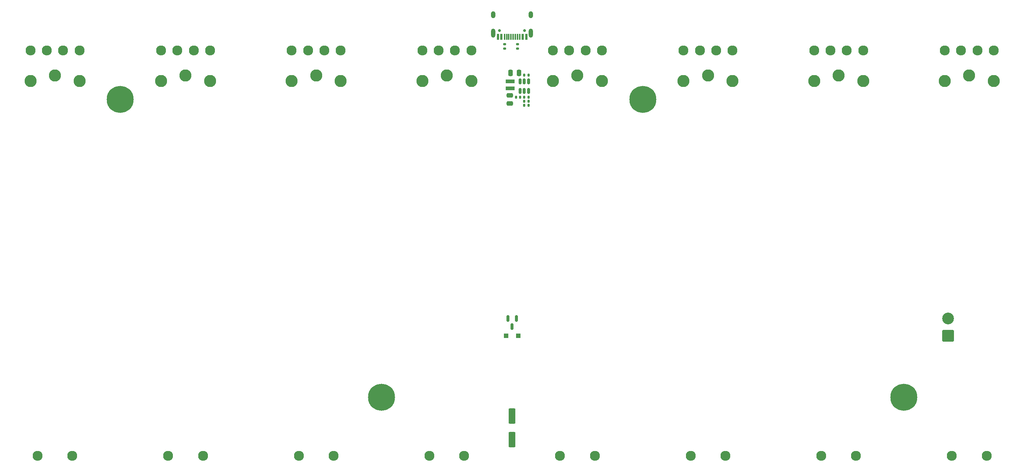
<source format=gts>
%TF.GenerationSoftware,KiCad,Pcbnew,8.0.3*%
%TF.CreationDate,2024-07-13T17:18:51+02:00*%
%TF.ProjectId,faderboard,66616465-7262-46f6-9172-642e6b696361,rev?*%
%TF.SameCoordinates,Original*%
%TF.FileFunction,Soldermask,Top*%
%TF.FilePolarity,Negative*%
%FSLAX46Y46*%
G04 Gerber Fmt 4.6, Leading zero omitted, Abs format (unit mm)*
G04 Created by KiCad (PCBNEW 8.0.3) date 2024-07-13 17:18:51*
%MOMM*%
%LPD*%
G01*
G04 APERTURE LIST*
G04 Aperture macros list*
%AMRoundRect*
0 Rectangle with rounded corners*
0 $1 Rounding radius*
0 $2 $3 $4 $5 $6 $7 $8 $9 X,Y pos of 4 corners*
0 Add a 4 corners polygon primitive as box body*
4,1,4,$2,$3,$4,$5,$6,$7,$8,$9,$2,$3,0*
0 Add four circle primitives for the rounded corners*
1,1,$1+$1,$2,$3*
1,1,$1+$1,$4,$5*
1,1,$1+$1,$6,$7*
1,1,$1+$1,$8,$9*
0 Add four rect primitives between the rounded corners*
20,1,$1+$1,$2,$3,$4,$5,0*
20,1,$1+$1,$4,$5,$6,$7,0*
20,1,$1+$1,$6,$7,$8,$9,0*
20,1,$1+$1,$8,$9,$2,$3,0*%
G04 Aperture macros list end*
%ADD10RoundRect,0.150000X-0.150000X0.587500X-0.150000X-0.587500X0.150000X-0.587500X0.150000X0.587500X0*%
%ADD11RoundRect,0.250000X0.550000X-1.500000X0.550000X1.500000X-0.550000X1.500000X-0.550000X-1.500000X0*%
%ADD12C,2.300000*%
%ADD13C,2.800000*%
%ADD14RoundRect,0.250000X0.250000X0.475000X-0.250000X0.475000X-0.250000X-0.475000X0.250000X-0.475000X0*%
%ADD15R,2.000000X0.850000*%
%ADD16RoundRect,0.150000X0.150000X-0.512500X0.150000X0.512500X-0.150000X0.512500X-0.150000X-0.512500X0*%
%ADD17RoundRect,0.140000X-0.140000X-0.170000X0.140000X-0.170000X0.140000X0.170000X-0.140000X0.170000X0*%
%ADD18RoundRect,0.140000X0.140000X0.170000X-0.140000X0.170000X-0.140000X-0.170000X0.140000X-0.170000X0*%
%ADD19RoundRect,0.250000X-0.475000X0.250000X-0.475000X-0.250000X0.475000X-0.250000X0.475000X0.250000X0*%
%ADD20C,6.200000*%
%ADD21RoundRect,0.135000X0.135000X0.185000X-0.135000X0.185000X-0.135000X-0.185000X0.135000X-0.185000X0*%
%ADD22RoundRect,0.135000X-0.135000X-0.185000X0.135000X-0.185000X0.135000X0.185000X-0.135000X0.185000X0*%
%ADD23RoundRect,0.135000X-0.185000X0.135000X-0.185000X-0.135000X0.185000X-0.135000X0.185000X0.135000X0*%
%ADD24C,0.650000*%
%ADD25R,0.600000X1.450000*%
%ADD26R,0.300000X1.450000*%
%ADD27O,1.000000X2.100000*%
%ADD28O,1.000000X1.600000*%
%ADD29RoundRect,0.250001X1.099999X-1.099999X1.099999X1.099999X-1.099999X1.099999X-1.099999X-1.099999X0*%
%ADD30C,2.700000*%
%ADD31RoundRect,0.250000X-0.300000X-0.300000X0.300000X-0.300000X0.300000X0.300000X-0.300000X0.300000X0*%
G04 APERTURE END LIST*
D10*
%TO.C,Q1*%
X148450000Y-96622500D03*
X146550000Y-96622500D03*
X147500000Y-98497500D03*
%TD*%
D11*
%TO.C,C1*%
X147500000Y-124490000D03*
X147500000Y-119090000D03*
%TD*%
D12*
%TO.C,RV2*%
X78125000Y-35000000D03*
X74375000Y-35000000D03*
X70625000Y-35000000D03*
X66875000Y-35000000D03*
X76500000Y-128200000D03*
X68500000Y-128200000D03*
D13*
X66875000Y-42000000D03*
X72500000Y-40750000D03*
X78125000Y-42000000D03*
%TD*%
D14*
%TO.C,C9*%
X149060000Y-40175000D03*
X147160000Y-40175000D03*
%TD*%
D15*
%TO.C,L1*%
X147065000Y-42067500D03*
X147065000Y-43717500D03*
%TD*%
D16*
%TO.C,U1*%
X149350000Y-44342500D03*
X150300000Y-44342500D03*
X151250000Y-44342500D03*
X151250000Y-42067500D03*
X150300000Y-42067500D03*
X149350000Y-42067500D03*
%TD*%
D12*
%TO.C,RV7*%
X228125000Y-35000000D03*
X224375000Y-35000000D03*
X220625000Y-35000000D03*
X216875000Y-35000000D03*
X226500000Y-128200000D03*
X218500000Y-128200000D03*
D13*
X216875000Y-42000000D03*
X222500000Y-40750000D03*
X228125000Y-42000000D03*
%TD*%
D17*
%TO.C,C10*%
X150295000Y-47595000D03*
X151255000Y-47595000D03*
%TD*%
D18*
%TO.C,C8*%
X149350000Y-45715000D03*
X148390000Y-45715000D03*
%TD*%
D19*
%TO.C,C11*%
X146980000Y-45292500D03*
X146980000Y-47192500D03*
%TD*%
D12*
%TO.C,RV1*%
X48125000Y-35000000D03*
X44375000Y-35000000D03*
X40625000Y-35000000D03*
X36875000Y-35000000D03*
X46500000Y-128200000D03*
X38500000Y-128200000D03*
D13*
X36875000Y-42000000D03*
X42500000Y-40750000D03*
X48125000Y-42000000D03*
%TD*%
D20*
%TO.C,H2*%
X117500000Y-114750000D03*
%TD*%
%TO.C,H3*%
X177500000Y-46250000D03*
%TD*%
D12*
%TO.C,RV8*%
X258125000Y-35000000D03*
X254375000Y-35000000D03*
X250625000Y-35000000D03*
X246875000Y-35000000D03*
X256500000Y-128200000D03*
X248500000Y-128200000D03*
D13*
X246875000Y-42000000D03*
X252500000Y-40750000D03*
X258125000Y-42000000D03*
%TD*%
D21*
%TO.C,R3*%
X151285000Y-45725000D03*
X150265000Y-45725000D03*
%TD*%
D12*
%TO.C,RV5*%
X168125000Y-35000000D03*
X164375000Y-35000000D03*
X160625000Y-35000000D03*
X156875000Y-35000000D03*
X166500000Y-128200000D03*
X158500000Y-128200000D03*
D13*
X156875000Y-42000000D03*
X162500000Y-40750000D03*
X168125000Y-42000000D03*
%TD*%
D22*
%TO.C,R1*%
X150230000Y-40685000D03*
X151250000Y-40685000D03*
%TD*%
D23*
%TO.C,R5*%
X148750000Y-33530000D03*
X148750000Y-34550000D03*
%TD*%
D12*
%TO.C,RV3*%
X108125000Y-35000000D03*
X104375000Y-35000000D03*
X100625000Y-35000000D03*
X96875000Y-35000000D03*
X106500000Y-128200000D03*
X98500000Y-128200000D03*
D13*
X96875000Y-42000000D03*
X102500000Y-40750000D03*
X108125000Y-42000000D03*
%TD*%
D20*
%TO.C,H1*%
X57500000Y-46250000D03*
%TD*%
D24*
%TO.C,J1*%
X150390000Y-30440000D03*
X144610000Y-30440000D03*
D25*
X150750000Y-31885000D03*
X149950000Y-31885000D03*
D26*
X148750000Y-31885000D03*
X147750000Y-31885000D03*
X147250000Y-31885000D03*
X146250000Y-31885000D03*
D25*
X145050000Y-31885000D03*
X144250000Y-31885000D03*
X144250000Y-31885000D03*
X145050000Y-31885000D03*
D26*
X145750000Y-31885000D03*
X146750000Y-31885000D03*
X148250000Y-31885000D03*
X149250000Y-31885000D03*
D25*
X149950000Y-31885000D03*
X150750000Y-31885000D03*
D27*
X151820000Y-30970000D03*
D28*
X151820000Y-26790000D03*
D27*
X143180000Y-30970000D03*
D28*
X143180000Y-26790000D03*
%TD*%
D29*
%TO.C,J3*%
X247625000Y-100630000D03*
D30*
X247625000Y-96670000D03*
%TD*%
D12*
%TO.C,RV4*%
X138125000Y-35000000D03*
X134375000Y-35000000D03*
X130625000Y-35000000D03*
X126875000Y-35000000D03*
X136500000Y-128200000D03*
X128500000Y-128200000D03*
D13*
X126875000Y-42000000D03*
X132500000Y-40750000D03*
X138125000Y-42000000D03*
%TD*%
D22*
%TO.C,R2*%
X150265000Y-46665000D03*
X151285000Y-46665000D03*
%TD*%
D31*
%TO.C,D1*%
X146100000Y-100630000D03*
X148900000Y-100630000D03*
%TD*%
D23*
%TO.C,R4*%
X145750000Y-33530000D03*
X145750000Y-34550000D03*
%TD*%
D12*
%TO.C,RV6*%
X198125000Y-35000000D03*
X194375000Y-35000000D03*
X190625000Y-35000000D03*
X186875000Y-35000000D03*
X196500000Y-128200000D03*
X188500000Y-128200000D03*
D13*
X186875000Y-42000000D03*
X192500000Y-40750000D03*
X198125000Y-42000000D03*
%TD*%
D20*
%TO.C,H4*%
X237500000Y-114750000D03*
%TD*%
M02*

</source>
